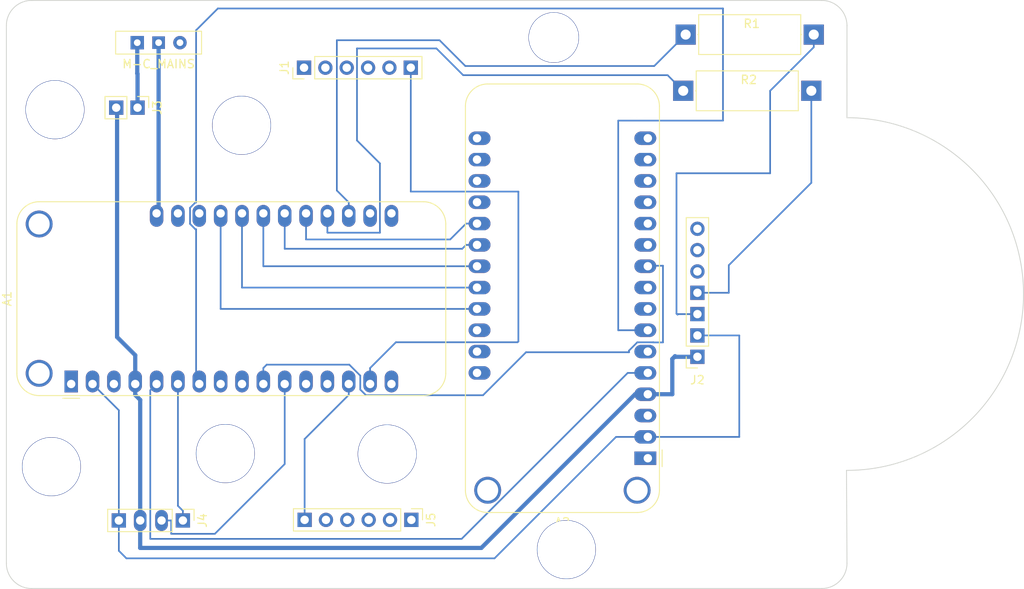
<source format=kicad_pcb>
(kicad_pcb (version 20241229) (generator "pcbnew") (generator_version "9.0")
  (layers (0 "F.Cu" signal) (2 "B.Cu" signal) (13 "F.Paste" user) (15 "B.Paste" user) (5 "F.SilkS" user "F.Silkscreen") (7 "B.SilkS" user "B.Silkscreen") (1 "F.Mask" user) (3 "B.Mask" user) (25 "Edge.Cuts" user))
  (net 0 "")
  (net 3 "/GND")
  (net 6 "/KILL")
  (net 7 "/IO10")
  (net 8 "/XSHUT_R")
  (net 9 "/IO11")
  (net 11 "/IO18")
  (net 12 "/IO8")
  (net 13 "/IO16")
  (net 15 "/VBAT")
  (net 17 "/3V")
  (net 18 "/SDA1")
  (net 19 "/SCL1")
  (net 20 "/IO13")
  (net 21 "/XSHUT_L")
  (net 22 "/1O14")
  (net 23 "/IO9")
  (net 25 "/IO12")
  (net 26 "/START")
  (net 28 "/IO14")
  (net 46 "Net-(J2-Pin_4)")
  (net 48 "unconnected-(J2-Pin_7-Pad7)")
  (net 49 "Net-(J2-Pin_3)")
  (net 51 "Net-(J3-Pin_1)")
  (footprint "Connector_PinHeader_2.54mm:PinHeader_1x06_P2.54mm_Vertical" (layer "F.Cu") (at 148.23 111.89 -90)
    (property "Reference" "J5" (at 0 -2.33 90) (layer "F.SilkS"))
    (property "Value" "VL53L4CD_RIGHT")
    (fp_line (start -1.33 14.03) (end 1.33 14.03) (stroke (width 0.12)) (layer "F.SilkS"))
    (fp_line (start -1.33 1.27) (end -1.33 14.03) (stroke (width 0.12)) (layer "F.SilkS"))
    (fp_line (start -1.33 1.27) (end 1.33 1.27) (stroke (width 0.12)) (layer "F.SilkS"))
    (fp_line (start 1.33 1.27) (end 1.33 14.03) (stroke (width 0.12)) (layer "F.SilkS"))
    (fp_line (start -1.33 0) (end -1.33 -1.33) (stroke (width 0.12)) (layer "F.SilkS"))
    (fp_line (start -1.33 -1.33) (end 0 -1.33) (stroke (width 0.12)) (layer "F.SilkS"))
    (pad "1" thru_hole rect (at 0 0 270) (size 1.7 1.7) (drill 1) (layers "*.Cu" "*.Mask"))
    (pad "2" thru_hole oval (at 0 2.54 270) (size 1.7 1.7) (drill 1) (layers "*.Cu" "*.Mask"))
    (pad "3" thru_hole oval (at 0 5.08 270) (size 1.7 1.7) (drill 1) (layers "*.Cu" "*.Mask"))
    (pad "4" thru_hole oval (at 0 7.62 270) (size 1.7 1.7) (drill 1) (layers "*.Cu" "*.Mask"))
    (pad "5" thru_hole oval (at 0 10.16 270) (size 1.7 1.7) (drill 1) (layers "*.Cu" "*.Mask"))
    (pad "6" thru_hole rect (at 0 12.7 270) (size 1.7 1.7) (drill 1) (layers "*.Cu" "*.Mask") (net 8 "/XSHUT_R"))
  )
  (footprint "Resistor_THT:R_Axial_DIN0414_L11.9mm_D4.5mm_P15.24mm_Horizontal" (layer "F.Cu") (at 180.57 60.8)
    (property "Reference" "R2" (at 7.8 -1.31 0) (layer "F.SilkS"))
    (property "Value" "4,7K")
    (fp_line (start 1.44 0) (end 1.55 0) (stroke (width 0.12)) (layer "F.SilkS"))
    (fp_line (start 1.55 -2.37) (end 1.55 2.37) (stroke (width 0.12)) (layer "F.SilkS"))
    (fp_line (start 1.55 2.37) (end 13.69 2.37) (stroke (width 0.12)) (layer "F.SilkS"))
    (fp_line (start 13.69 -2.37) (end 1.55 -2.37) (stroke (width 0.12)) (layer "F.SilkS"))
    (fp_line (start 13.69 2.37) (end 13.69 -2.37) (stroke (width 0.12)) (layer "F.SilkS"))
    (fp_line (start 13.8 0) (end 13.69 0) (stroke (width 0.12)) (layer "F.SilkS"))
    (pad "1" thru_hole rect (at 0 0) (size 2.4 2.4) (drill 1.2) (layers "*.Cu" "*.Mask") (net 19 "/SCL1"))
    (pad "2" thru_hole rect (at 15.24 0) (size 2.4 2.4) (drill 1.2) (layers "*.Cu" "*.Mask") (net 46 "Net-(J2-Pin_4)"))
  )
  (footprint "Connector_PinHeader_2.54mm:PinHeader_1x04_P2.54mm_Vertical" (layer "F.Cu") (at 121.05 111.96 -90)
    (property "Reference" "J4" (at 0 -2.33 90) (layer "F.SilkS"))
    (property "Value" "Kill_Switch")
    (fp_line (start -1.33 8.95) (end 1.33 8.95) (stroke (width 0.12)) (layer "F.SilkS"))
    (fp_line (start -1.33 1.27) (end -1.33 8.95) (stroke (width 0.12)) (layer "F.SilkS"))
    (fp_line (start -1.33 1.27) (end 1.33 1.27) (stroke (width 0.12)) (layer "F.SilkS"))
    (fp_line (start 1.33 1.27) (end 1.33 8.95) (stroke (width 0.12)) (layer "F.SilkS"))
    (fp_line (start -1.33 0) (end -1.33 -1.33) (stroke (width 0.12)) (layer "F.SilkS"))
    (fp_line (start -1.33 -1.33) (end 0 -1.33) (stroke (width 0.12)) (layer "F.SilkS"))
    (pad "1" thru_hole rect (at 0 0 270) (size 1.7 1.7) (drill 1) (layers "*.Cu" "*.Mask") (net 6 "/KILL"))
    (pad "2" thru_hole oval (at 0 2.54 270) (size 2.5 1.5) (drill 1) (layers "*.Cu" "*.Mask") (net 26 "/START"))
    (pad "3" thru_hole oval (at 0 5.08 270) (size 2.5 1.5) (drill 1) (layers "*.Cu" "*.Mask") (net 3 "/GND"))
    (pad "4" thru_hole rect (at 0 7.62 270) (size 1.7 1.7) (drill 1) (layers "*.Cu" "*.Mask") (net 17 "/3V"))
  )
  (footprint "Module:Adafruit_Feather_WithMountingHoles" (layer "F.Cu") (at 107.76 95.71 90)
    (property "Reference" "A1" (at 10.16 -7.62 90) (layer "F.SilkS"))
    (property "Value" "Adafruit-ESP32-S3-TFT-Feather")
    (fp_line (start 19.05 -6.46) (end 1.27 -6.46) (stroke (width 0.12)) (layer "F.SilkS"))
    (fp_line (start 21.7 -3.81) (end 21.7 41.91) (stroke (width 0.12)) (layer "F.SilkS"))
    (fp_line (start -1.38 -3.81) (end -1.38 41.91) (stroke (width 0.12)) (layer "F.SilkS"))
    (fp_line (start -1.7 1) (end -1.7 -1) (stroke (width 0.12)) (layer "F.SilkS"))
    (fp_line (start 19.05 44.56) (end 1.27 44.56) (stroke (width 0.12)) (layer "F.SilkS"))
    (fp_arc (start 19.05 -6.46) (mid 20.923833 -5.683833) (end 21.7 -3.81) (stroke (width 0.12)) (layer "F.SilkS"))
    (fp_arc (start -1.38 -3.81) (mid -0.603833 -5.683833) (end 1.27 -6.46) (stroke (width 0.12)) (layer "F.SilkS"))
    (fp_arc (start 21.7 41.91) (mid 20.923833 43.783833) (end 19.05 44.56) (stroke (width 0.12)) (layer "F.SilkS"))
    (fp_arc (start 1.27 44.56) (mid -0.603833 43.783833) (end -1.38 41.91) (stroke (width 0.12)) (layer "F.SilkS"))
    (pad "" np_thru_hole circle (at 1.27 -3.81) (size 3.2 3.2) (drill 2.5) (layers "*.Cu" "*.Mask"))
    (pad "" np_thru_hole circle (at 1.27 41.91) (size 2.54 2.54) (drill 2.54) (layers "*.Cu" "*.Mask"))
    (pad "" np_thru_hole circle (at 19.05 -3.81) (size 3.2 3.2) (drill 2.5) (layers "*.Cu" "*.Mask"))
    (pad "" np_thru_hole circle (at 19.05 41.91) (size 2.54 2.54) (drill 2.54) (layers "*.Cu" "*.Mask"))
    (pad "1" thru_hole rect (at 0 0 90) (size 2.6 1.6) (drill 1 (offset 0.3 0)) (layers "*.Cu" "*.Mask"))
    (pad "2" thru_hole oval (at 0 2.54 90) (size 2.6 1.6) (drill 1 (offset 0.3 0)) (layers "*.Cu" "*.Mask") (net 17 "/3V"))
    (pad "3" thru_hole oval (at 0 5.08 90) (size 2.6 1.6) (drill 1 (offset 0.3 0)) (layers "*.Cu" "*.Mask"))
    (pad "4" thru_hole oval (at 0 7.62 90) (size 2.6 1.6) (drill 1 (offset 0.3 0)) (layers "*.Cu" "*.Mask") (net 3 "/GND"))
    (pad "5" thru_hole oval (at 0 10.16 90) (size 2.6 1.6) (drill 1 (offset 0.3 0)) (layers "*.Cu" "*.Mask") (net 11 "/IO18"))
    (pad "6" thru_hole oval (at 0 12.7 90) (size 2.6 1.6) (drill 1 (offset 0.3 0)) (layers "*.Cu" "*.Mask") (net 6 "/KILL"))
    (pad "7" thru_hole oval (at 0 15.24 90) (size 2.6 1.6) (drill 1 (offset 0.3 0)) (layers "*.Cu" "*.Mask") (net 13 "/IO16"))
    (pad "8" thru_hole oval (at 0 17.78 90) (size 2.6 1.6) (drill 1 (offset 0.3 0)) (layers "*.Cu" "*.Mask"))
    (pad "9" thru_hole oval (at 0 20.32 90) (size 2.6 1.6) (drill 1 (offset 0.3 0)) (layers "*.Cu" "*.Mask") (net 22 "/1O14"))
    (pad "10" thru_hole oval (at 0 22.86 90) (size 2.6 1.6) (drill 1 (offset 0.3 0)) (layers "*.Cu" "*.Mask") (net 12 "/IO8"))
    (pad "11" thru_hole oval (at 0 25.4 90) (size 2.6 1.6) (drill 1 (offset 0.3 0)) (layers "*.Cu" "*.Mask") (net 26 "/START"))
    (pad "12" thru_hole oval (at 0 27.94 90) (size 2.6 1.6) (drill 1 (offset 0.3 0)) (layers "*.Cu" "*.Mask"))
    (pad "13" thru_hole oval (at 0 30.48 90) (size 2.6 1.6) (drill 1 (offset 0.3 0)) (layers "*.Cu" "*.Mask"))
    (pad "14" thru_hole oval (at 0 33.02 90) (size 2.6 1.6) (drill 1 (offset 0.3 0)) (layers "*.Cu" "*.Mask") (net 8 "/XSHUT_R"))
    (pad "15" thru_hole oval (at 0 35.56 90) (size 2.6 1.6) (drill 1 (offset 0.3 0)) (layers "*.Cu" "*.Mask") (net 21 "/XSHUT_L"))
    (pad "16" thru_hole oval (at 0 38.1 90) (size 2.6 1.6) (drill 1 (offset 0.3 0)) (layers "*.Cu" "*.Mask"))
    (pad "17" thru_hole oval (at 20.32 38.1 270) (size 2.6 1.6) (drill 1 (offset 0.3 0)) (layers "*.Cu" "*.Mask"))
    (pad "18" thru_hole oval (at 20.32 35.56 270) (size 2.6 1.6) (drill 1 (offset 0.3 0)) (layers "*.Cu" "*.Mask"))
    (pad "19" thru_hole oval (at 20.32 33.02 270) (size 2.6 1.6) (drill 1 (offset 0.3 0)) (layers "*.Cu" "*.Mask") (net 18 "/SDA1"))
    (pad "20" thru_hole oval (at 20.32 30.48 270) (size 2.6 1.6) (drill 1 (offset 0.3 0)) (layers "*.Cu" "*.Mask") (net 19 "/SCL1"))
    (pad "21" thru_hole oval (at 20.32 27.94 270) (size 2.6 1.6) (drill 1 (offset 0.3 0)) (layers "*.Cu" "*.Mask") (net 23 "/IO9"))
    (pad "22" thru_hole oval (at 20.32 25.4 270) (size 2.6 1.6) (drill 1 (offset 0.3 0)) (layers "*.Cu" "*.Mask") (net 7 "/IO10"))
    (pad "23" thru_hole oval (at 20.32 22.86 270) (size 2.6 1.6) (drill 1 (offset 0.3 0)) (layers "*.Cu" "*.Mask") (net 9 "/IO11"))
    (pad "24" thru_hole oval (at 20.32 20.32 270) (size 2.6 1.6) (drill 1 (offset 0.3 0)) (layers "*.Cu" "*.Mask") (net 25 "/IO12"))
    (pad "25" thru_hole oval (at 20.32 17.78 270) (size 2.6 1.6) (drill 1 (offset 0.3 0)) (layers "*.Cu" "*.Mask") (net 20 "/IO13"))
    (pad "26" thru_hole oval (at 20.32 15.24 270) (size 2.6 1.6) (drill 1 (offset 0.3 0)) (layers "*.Cu" "*.Mask"))
    (pad "27" thru_hole oval (at 20.32 12.7 270) (size 2.6 1.6) (drill 1 (offset 0.3 0)) (layers "*.Cu" "*.Mask"))
    (pad "28" thru_hole oval (at 20.32 10.16 270) (size 2.6 1.6) (drill 1 (offset 0.3 0)) (layers "*.Cu" "*.Mask") (net 15 "/VBAT"))
  )
  (footprint "" (layer "F.Cu") (at 103.62 116.43)
    (property "Reference" "" (at 0 0 0) (layer "F.SilkS") (effects (font (size 1.27 1.27))))
    (property "Value" "")
    (pad "" np_thru_hole circle (at 0 0 90) (size 2.54 2.54) (drill 2.54) (layers "*.Cu" "*.Mask"))
  )
  (footprint "Connector_PinHeader_2.54mm:PinHeader_1x02_P2.54mm_Vertical" (layer "F.Cu") (at 115.655 62.81 -90)
    (property "Reference" "J3" (at 0 -2.33 90) (layer "F.SilkS"))
    (property "Value" "Li-Po Connect")
    (fp_line (start -1.33 3.87) (end 1.33 3.87) (stroke (width 0.12)) (layer "F.SilkS"))
    (fp_line (start -1.33 1.27) (end -1.33 3.87) (stroke (width 0.12)) (layer "F.SilkS"))
    (fp_line (start -1.33 1.27) (end 1.33 1.27) (stroke (width 0.12)) (layer "F.SilkS"))
    (fp_line (start 1.33 1.27) (end 1.33 3.87) (stroke (width 0.12)) (layer "F.SilkS"))
    (fp_line (start -1.33 0) (end -1.33 -1.33) (stroke (width 0.12)) (layer "F.SilkS"))
    (fp_line (start -1.33 -1.33) (end 0 -1.33) (stroke (width 0.12)) (layer "F.SilkS"))
    (pad "1" thru_hole rect (at 0 0 270) (size 1.7 1.7) (drill 1) (layers "*.Cu" "*.Mask") (net 51 "Net-(J3-Pin_1)"))
    (pad "2" thru_hole rect (at 0 2.54 270) (size 1.7 1.7) (drill 1) (layers "*.Cu" "*.Mask") (net 3 "/GND"))
  )
  (footprint "Module:Adafruit_Feather_WithMountingHoles" (layer "F.Cu") (at 176.36 104.55 180)
    (property "Reference" "A2" (at 10.16 -7.62 0) (layer "F.SilkS"))
    (property "Value" "Adafruit-MOTORSHIELD")
    (fp_line (start 21.7 -3.81) (end 21.7 41.91) (stroke (width 0.12)) (layer "F.SilkS"))
    (fp_line (start 19.05 44.56) (end 1.27 44.56) (stroke (width 0.12)) (layer "F.SilkS"))
    (fp_line (start 19.05 -6.46) (end 1.27 -6.46) (stroke (width 0.12)) (layer "F.SilkS"))
    (fp_line (start -1.38 -3.81) (end -1.38 41.91) (stroke (width 0.12)) (layer "F.SilkS"))
    (fp_line (start -1.7 1) (end -1.7 -1) (stroke (width 0.12)) (layer "F.SilkS"))
    (fp_arc (start 21.7 41.91) (mid 20.923833 43.783833) (end 19.05 44.56) (stroke (width 0.12)) (layer "F.SilkS"))
    (fp_arc (start 19.05 -6.46) (mid 20.923833 -5.683833) (end 21.7 -3.81) (stroke (width 0.12)) (layer "F.SilkS"))
    (fp_arc (start 1.27 44.56) (mid -0.603833 43.783833) (end -1.38 41.91) (stroke (width 0.12)) (layer "F.SilkS"))
    (fp_arc (start -1.38 -3.81) (mid -0.603833 -5.683833) (end 1.27 -6.46) (stroke (width 0.12)) (layer "F.SilkS"))
    (pad "" np_thru_hole circle (at 1.27 -3.81 90) (size 3.2 3.2) (drill 2.5) (layers "*.Cu" "*.Mask"))
    (pad "" np_thru_hole circle (at 1.27 41.91 90) (size 2.54 2.54) (drill 2.54) (layers "*.Cu" "*.Mask"))
    (pad "" np_thru_hole circle (at 19.05 -3.81 90) (size 3.2 3.2) (drill 2.5) (layers "*.Cu" "*.Mask"))
    (pad "" np_thru_hole circle (at 19.05 41.91 90) (size 2.54 2.54) (drill 2.54) (layers "*.Cu" "*.Mask"))
    (pad "1" thru_hole rect (at 0 0 180) (size 2.6 1.6) (drill 1 (offset 0.3 0)) (layers "*.Cu" "*.Mask"))
    (pad "2" thru_hole oval (at 0 2.54 180) (size 2.6 1.6) (drill 1 (offset 0.3 0)) (layers "*.Cu" "*.Mask") (net 17 "/3V"))
    (pad "3" thru_hole oval (at 0 5.08 180) (size 2.6 1.6) (drill 1 (offset 0.3 0)) (layers "*.Cu" "*.Mask"))
    (pad "4" thru_hole oval (at 0 7.62 180) (size 2.6 1.6) (drill 1 (offset 0.3 0)) (layers "*.Cu" "*.Mask") (net 3 "/GND"))
    (pad "5" thru_hole oval (at 0 10.16 180) (size 2.6 1.6) (drill 1 (offset 0.3 0)) (layers "*.Cu" "*.Mask") (net 11 "/IO18"))
    (pad "6" thru_hole oval (at 0 12.7 180) (size 2.6 1.6) (drill 1 (offset 0.3 0)) (layers "*.Cu" "*.Mask"))
    (pad "7" thru_hole oval (at 0 15.24 180) (size 2.6 1.6) (drill 1 (offset 0.3 0)) (layers "*.Cu" "*.Mask") (net 13 "/IO16"))
    (pad "8" thru_hole oval (at 0 17.78 180) (size 2.6 1.6) (drill 1 (offset 0.3 0)) (layers "*.Cu" "*.Mask"))
    (pad "9" thru_hole oval (at 0 20.32 180) (size 2.6 1.6) (drill 1 (offset 0.3 0)) (layers "*.Cu" "*.Mask") (net 28 "/IO14"))
    (pad "10" thru_hole oval (at 0 22.86 180) (size 2.6 1.6) (drill 1 (offset 0.3 0)) (layers "*.Cu" "*.Mask") (net 12 "/IO8"))
    (pad "11" thru_hole oval (at 0 25.4 180) (size 2.6 1.6) (drill 1 (offset 0.3 0)) (layers "*.Cu" "*.Mask"))
    (pad "12" thru_hole oval (at 0 27.94 180) (size 2.6 1.6) (drill 1 (offset 0.3 0)) (layers "*.Cu" "*.Mask"))
    (pad "13" thru_hole oval (at 0 30.48 180) (size 2.6 1.6) (drill 1 (offset 0.3 0)) (layers "*.Cu" "*.Mask"))
    (pad "14" thru_hole oval (at 0 33.02 180) (size 2.6 1.6) (drill 1 (offset 0.3 0)) (layers "*.Cu" "*.Mask"))
    (pad "15" thru_hole oval (at 0 35.56 180) (size 2.6 1.6) (drill 1 (offset 0.3 0)) (layers "*.Cu" "*.Mask"))
    (pad "16" thru_hole oval (at 0 38.1 180) (size 2.6 1.6) (drill 1 (offset 0.3 0)) (layers "*.Cu" "*.Mask"))
    (pad "17" thru_hole oval (at 20.32 38.1) (size 2.6 1.6) (drill 1 (offset 0.3 0)) (layers "*.Cu" "*.Mask"))
    (pad "18" thru_hole oval (at 20.32 35.56) (size 2.6 1.6) (drill 1 (offset 0.3 0)) (layers "*.Cu" "*.Mask"))
    (pad "19" thru_hole oval (at 20.32 33.02) (size 2.6 1.6) (drill 1 (offset 0.3 0)) (layers "*.Cu" "*.Mask"))
    (pad "20" thru_hole oval (at 20.32 30.48) (size 2.6 1.6) (drill 1 (offset 0.3 0)) (layers "*.Cu" "*.Mask"))
    (pad "21" thru_hole oval (at 20.32 27.94) (size 2.6 1.6) (drill 1 (offset 0.3 0)) (layers "*.Cu" "*.Mask") (net 23 "/IO9"))
    (pad "22" thru_hole oval (at 20.32 25.4) (size 2.6 1.6) (drill 1 (offset 0.3 0)) (layers "*.Cu" "*.Mask") (net 7 "/IO10"))
    (pad "23" thru_hole oval (at 20.32 22.86) (size 2.6 1.6) (drill 1 (offset 0.3 0)) (layers "*.Cu" "*.Mask") (net 9 "/IO11"))
    (pad "24" thru_hole oval (at 20.32 20.32) (size 2.6 1.6) (drill 1 (offset 0.3 0)) (layers "*.Cu" "*.Mask") (net 25 "/IO12"))
    (pad "25" thru_hole oval (at 20.32 17.78) (size 2.6 1.6) (drill 1 (offset 0.3 0)) (layers "*.Cu" "*.Mask") (net 20 "/IO13"))
    (pad "26" thru_hole oval (at 20.32 15.24) (size 2.6 1.6) (drill 1 (offset 0.3 0)) (layers "*.Cu" "*.Mask"))
    (pad "27" thru_hole oval (at 20.32 12.7) (size 2.6 1.6) (drill 1 (offset 0.3 0)) (layers "*.Cu" "*.Mask"))
    (pad "28" thru_hole oval (at 20.32 10.16) (size 2.6 1.6) (drill 1 (offset 0.3 0)) (layers "*.Cu" "*.Mask"))
  )
  (footprint "" (layer "F.Cu") (at 182.3 73.14)
    (property "Reference" "" (at 0 0 0) (layer "F.SilkS") (effects (font (size 1.27 1.27))))
    (property "Value" "")
    (pad "" np_thru_hole circle (at 0 0 90) (size 2.54 2.54) (drill 2.54) (layers "*.Cu" "*.Mask"))
  )
  (footprint "Resistor_THT:R_Axial_DIN0414_L11.9mm_D4.5mm_P15.24mm_Horizontal" (layer "F.Cu") (at 180.86 54.11)
    (property "Reference" "R1" (at 7.86 -1.3 0) (layer "F.SilkS"))
    (property "Value" "4,7K")
    (fp_line (start 1.44 0) (end 1.55 0) (stroke (width 0.12)) (layer "F.SilkS"))
    (fp_line (start 1.55 -2.37) (end 1.55 2.37) (stroke (width 0.12)) (layer "F.SilkS"))
    (fp_line (start 1.55 2.37) (end 13.69 2.37) (stroke (width 0.12)) (layer "F.SilkS"))
    (fp_line (start 13.69 -2.37) (end 1.55 -2.37) (stroke (width 0.12)) (layer "F.SilkS"))
    (fp_line (start 13.69 2.37) (end 13.69 -2.37) (stroke (width 0.12)) (layer "F.SilkS"))
    (fp_line (start 13.8 0) (end 13.69 0) (stroke (width 0.12)) (layer "F.SilkS"))
    (pad "1" thru_hole rect (at 0 0) (size 2.4 2.4) (drill 1.2) (layers "*.Cu" "*.Mask") (net 18 "/SDA1"))
    (pad "2" thru_hole rect (at 15.24 0) (size 2.4 2.4) (drill 1.2) (layers "*.Cu" "*.Mask") (net 49 "Net-(J2-Pin_3)"))
  )
  (footprint "Connector_PinHeader_2.54mm:PinHeader_1x06_P2.54mm_Vertical" (layer "F.Cu") (at 135.46 58.05 90)
    (property "Reference" "J1" (at 0 -2.33 90) (layer "F.SilkS"))
    (property "Value" "VL53L4CD_LEFT")
    (fp_line (start -1.33 -1.33) (end 0 -1.33) (stroke (width 0.12)) (layer "F.SilkS"))
    (fp_line (start -1.33 0) (end -1.33 -1.33) (stroke (width 0.12)) (layer "F.SilkS"))
    (fp_line (start 1.33 1.27) (end 1.33 14.03) (stroke (width 0.12)) (layer "F.SilkS"))
    (fp_line (start -1.33 1.27) (end 1.33 1.27) (stroke (width 0.12)) (layer "F.SilkS"))
    (fp_line (start -1.33 1.27) (end -1.33 14.03) (stroke (width 0.12)) (layer "F.SilkS"))
    (fp_line (start -1.33 14.03) (end 1.33 14.03) (stroke (width 0.12)) (layer "F.SilkS"))
    (pad "1" thru_hole rect (at 0 0 90) (size 1.7 1.7) (drill 1) (layers "*.Cu" "*.Mask"))
    (pad "2" thru_hole oval (at 0 2.54 90) (size 1.7 1.7) (drill 1) (layers "*.Cu" "*.Mask"))
    (pad "3" thru_hole oval (at 0 5.08 90) (size 1.7 1.7) (drill 1) (layers "*.Cu" "*.Mask"))
    (pad "4" thru_hole oval (at 0 7.62 90) (size 1.7 1.7) (drill 1) (layers "*.Cu" "*.Mask"))
    (pad "5" thru_hole oval (at 0 10.16 90) (size 1.7 1.7) (drill 1) (layers "*.Cu" "*.Mask"))
    (pad "6" thru_hole rect (at 0 12.7 90) (size 1.7 1.7) (drill 1) (layers "*.Cu" "*.Mask") (net 21 "/XSHUT_L"))
  )
  (footprint "Button_Switch_THT:SW_Slide-03_Wuerth-WS-SLTV_10x2.5x6.4_P2.54mm" (layer "F.Cu") (at 118.16 55.07 180)
    (property "Reference" "M-C_MAINS" (at 0 -2.54 0) (layer "F.SilkS"))
    (property "Value" "SW_Wuerth_450301014042")
    (fp_rect (start -5.11 -1.36) (end 5.11 1.36) (stroke (width 0.12)) (fill no) (layer "F.SilkS"))
    (pad "1" thru_hole rect (at 0 0 180) (size 1.5 1.5) (drill 0.8) (layers "*.Cu" "*.Mask") (net 15 "/VBAT"))
    (pad "2" thru_hole circle (at -2.54 0 180) (size 1.6 1.6) (drill 0.8) (layers "*.Cu" "*.Mask"))
    (pad "3" thru_hole rect (at 2.54 0 180) (size 1.6 1.6) (drill 0.8) (layers "*.Cu" "*.Mask") (net 51 "Net-(J3-Pin_1)"))
  )
  (footprint "" (layer "F.Cu") (at 182.22 96.94)
    (property "Reference" "" (at 0 0 0) (layer "F.SilkS") (effects (font (size 1.27 1.27))))
    (property "Value" "")
    (pad "" np_thru_hole circle (at 0 0 90) (size 2.54 2.54) (drill 2.54) (layers "*.Cu" "*.Mask"))
  )
  (footprint "" (layer "F.Cu") (at 196.42 116.61)
    (property "Reference" "" (at 0 0 0) (layer "F.SilkS") (effects (font (size 1.27 1.27))))
    (property "Value" "")
    (pad "" np_thru_hole circle (at 0 0 90) (size 2.54 2.54) (drill 2.54) (layers "*.Cu" "*.Mask"))
  )
  (footprint "" (layer "F.Cu") (at 175.95 54.34)
    (property "Reference" "" (at 0 0 0) (layer "F.SilkS") (effects (font (size 1.27 1.27))))
    (property "Value" "")
    (pad "" np_thru_hole circle (at 0 0 90) (size 2.54 2.54) (drill 2.54) (layers "*.Cu" "*.Mask"))
  )
  (footprint "Connector_PinSocket_2.54mm:PinSocket_1x07_P2.54mm_Vertical" (layer "F.Cu") (at 182.26 92.47 180)
    (property "Reference" "J2" (at 0 -2.77 0) (layer "F.SilkS"))
    (property "Value" "Conn_01x07_Socket")
    (fp_line (start 1.33 1.27) (end 1.33 16.57) (stroke (width 0.12)) (layer "F.SilkS"))
    (fp_line (start 1.33 -1.33) (end 1.33 0) (stroke (width 0.12)) (layer "F.SilkS"))
    (fp_line (start 0 -1.33) (end 1.33 -1.33) (stroke (width 0.12)) (layer "F.SilkS"))
    (fp_line (start -1.33 16.57) (end 1.33 16.57) (stroke (width 0.12)) (layer "F.SilkS"))
    (fp_line (start -1.33 1.27) (end 1.33 1.27) (stroke (width 0.12)) (layer "F.SilkS"))
    (fp_line (start -1.33 1.27) (end -1.33 16.57) (stroke (width 0.12)) (layer "F.SilkS"))
    (pad "1" thru_hole rect (at 0 0 180) (size 1.7 1.7) (drill 1) (layers "*.Cu" "*.Mask") (net 3 "/GND"))
    (pad "2" thru_hole rect (at 0 2.54 180) (size 1.7 1.7) (drill 1) (layers "*.Cu" "*.Mask") (net 17 "/3V"))
    (pad "3" thru_hole rect (at 0 5.08 180) (size 1.7 1.7) (drill 1) (layers "*.Cu" "*.Mask") (net 49 "Net-(J2-Pin_3)"))
    (pad "4" thru_hole rect (at 0 7.62 180) (size 1.7 1.7) (drill 1) (layers "*.Cu" "*.Mask") (net 46 "Net-(J2-Pin_4)"))
    (pad "5" thru_hole oval (at 0 10.16 180) (size 1.7 1.7) (drill 1) (layers "*.Cu" "*.Mask"))
    (pad "6" thru_hole oval (at 0 12.7 180) (size 1.7 1.7) (drill 1) (layers "*.Cu" "*.Mask"))
    (pad "7" thru_hole oval (at 0 15.24 180) (size 1.7 1.7) (drill 1) (layers "*.Cu" "*.Mask") (net 48 "unconnected-(J2-Pin_7-Pad7)"))
  )
  (footprint "" (layer "F.Cu") (at 103.46 53.43)
    (property "Reference" "" (at 0 0 0) (layer "F.SilkS") (effects (font (size 1.27 1.27))))
    (property "Value" "")
    (pad "" np_thru_hole circle (at 0 0 90) (size 2.54 2.54) (drill 2.54) (layers "*.Cu" "*.Mask"))
  )
  (gr_arc (start 200.05 117.06) (mid 199.17132 119.18132) (end 197.05 120.06) (stroke (width 0.1)) (layer "Edge.Cuts"))
  (gr_arc (start 200.045 64.005) (mid 221.075015 85.02449) (end 199.99602 105.994861) (stroke (width 0.1)) (layer "Edge.Cuts"))
  (gr_line (start 100.05 117.06) (end 100.05 53.04) (stroke (width 0.1)) (layer "Edge.Cuts"))
  (gr_line (start 200.045 64.005001) (end 200.05 53.01) (stroke (width 0.1)) (layer "Edge.Cuts"))
  (gr_arc (start 100.05 53.04) (mid 100.92868 50.91868) (end 103.05 50.04) (stroke (width 0.1)) (layer "Edge.Cuts"))
  (gr_line (start 197.05 120.06) (end 103.05 120.06) (stroke (width 0.1)) (layer "Edge.Cuts"))
  (gr_arc (start 197.05 50.04) (mid 199.17132 50.91868) (end 200.05 53.04) (stroke (width 0.1)) (layer "Edge.Cuts"))
  (gr_line (start 199.996011 105.994861) (end 200.05 117.07) (stroke (width 0.1)) (layer "Edge.Cuts"))
  (gr_line (start 103.05 50.04) (end 197.05 50.04) (stroke (width 0.1)) (layer "Edge.Cuts"))
  (gr_arc (start 103.05 120.06) (mid 100.92868 119.18132) (end 100.05 117.06) (stroke (width 0.1)) (layer "Edge.Cuts"))
  (via (at 166.67 115.43) (size 7) (drill 6.9) (layers "F.Cu" "B.Cu") (net 0))
  (via (at 128.03 64.91) (size 7) (drill 6.9) (layers "F.Cu" "B.Cu") (net 0))
  (via (at 105.41 105.55) (size 7) (drill 6.9) (layers "F.Cu" "B.Cu") (net 0))
  (via (at 105.83 63.05) (size 7) (drill 6.9) (layers "F.Cu" "B.Cu") (net 0))
  (via (at 126.1 103.99) (size 7) (drill 6.9) (layers "F.Cu" "B.Cu") (net 0))
  (via (at 145.35 104.05) (size 7) (drill 6.9) (layers "F.Cu" "B.Cu") (net 0))
  (via (at 165.17 54.46) (size 6) (drill 5.9) (layers "F.Cu" "B.Cu") (net 0))
  (segment (start 115.38 95.71) (end 115.38 92.28) (width 0.5) (layer "B.Cu") (net 3))
  (segment (start 179.27 96.93) (end 179.27 92.73) (width 0.5) (layer "B.Cu") (net 3))
  (segment (start 113.22 62.915) (end 113.115 62.81) (width 0.5) (layer "B.Cu") (net 3))
  (segment (start 179.6 92.4) (end 179.67 92.47) (width 0.5) (layer "B.Cu") (net 3))
  (segment (start 179.67 92.47) (end 182.26 92.47) (width 0.5) (layer "B.Cu") (net 3))
  (segment (start 174.85 96.93) (end 176.36 96.93) (width 0.5) (layer "B.Cu") (net 3))
  (segment (start 115.97 97.6017) (end 115.38 97.0117) (width 0.5) (layer "B.Cu") (net 3))
  (segment (start 113.22 90.12) (end 113.22 62.915) (width 0.5) (layer "B.Cu") (net 3))
  (segment (start 156.55 115.23) (end 174.85 96.93) (width 0.5) (layer "B.Cu") (net 3))
  (segment (start 115.38 95.71) (end 115.38 97.0117) (width 0.5) (layer "B.Cu") (net 3))
  (segment (start 179.27 92.73) (end 179.6 92.4) (width 0.5) (layer "B.Cu") (net 3))
  (segment (start 115.97 111.96) (end 115.97 115.23) (width 0.5) (layer "B.Cu") (net 3))
  (segment (start 115.97 111.96) (end 115.97 97.6017) (width 0.5) (layer "B.Cu") (net 3))
  (segment (start 115.97 115.23) (end 156.55 115.23) (width 0.5) (layer "B.Cu") (net 3))
  (segment (start 115.38 92.28) (end 113.22 90.12) (width 0.5) (layer "B.Cu") (net 3))
  (segment (start 176.36 96.93) (end 179.27 96.93) (width 0.5) (layer "B.Cu") (net 3))
  (segment (start 120.46 110.2183) (end 121.05 110.8083) (width 0.2) (layer "B.Cu") (net 6))
  (segment (start 120.46 95.71) (end 120.46 110.2183) (width 0.2) (layer "B.Cu") (net 6))
  (segment (start 121.05 111.96) (end 121.05 110.8083) (width 0.2) (layer "B.Cu") (net 6))
  (segment (start 133.16 75.39) (end 133.16 79.61) (width 0.2) (layer "B.Cu") (net 7))
  (segment (start 154.2783 79.61) (end 154.7383 79.15) (width 0.2) (layer "B.Cu") (net 7))
  (segment (start 133.16 79.61) (end 154.2783 79.61) (width 0.2) (layer "B.Cu") (net 7))
  (segment (start 154.7383 79.15) (end 156.04 79.15) (width 0.2) (layer "B.Cu") (net 7))
  (segment (start 140.78 97.0117) (end 135.53 102.2617) (width 0.2) (layer "B.Cu") (net 8))
  (segment (start 140.78 95.71) (end 140.78 97.0117) (width 0.2) (layer "B.Cu") (net 8))
  (segment (start 135.53 102.2617) (end 135.53 111.89) (width 0.2) (layer "B.Cu") (net 8))
  (segment (start 130.62 75.39) (end 130.62 81.69) (width 0.2) (layer "B.Cu") (net 9))
  (segment (start 130.62 81.69) (end 156.04 81.69) (width 0.2) (layer "B.Cu") (net 9))
  (segment (start 117.17 96.46) (end 117.17 114.15) (width 0.2) (layer "B.Cu") (net 11))
  (segment (start 173.96842 94.39) (end 176.36 94.39) (width 0.2) (layer "B.Cu") (net 11))
  (segment (start 117.92 95.71) (end 117.17 96.46) (width 0.2) (layer "B.Cu") (net 11))
  (segment (start 154.20842 114.15) (end 173.96842 94.39) (width 0.2) (layer "B.Cu") (net 11))
  (segment (start 117.17 114.15) (end 154.20842 114.15) (width 0.2) (layer "B.Cu") (net 11))
  (segment (start 142.1519 96.3731) (end 142.1519 94.715) (width 0.2) (layer "B.Cu") (net 12))
  (segment (start 178.16 81.63) (end 178.16 90.76) (width 0.2) (layer "B.Cu") (net 12))
  (segment (start 177.016049 90.749) (end 175.103951 90.749) (width 0.2) (layer "B.Cu") (net 12))
  (segment (start 174.12 91.732951) (end 174.12 91.93) (width 0.2) (layer "B.Cu") (net 12))
  (segment (start 177.027049 90.76) (end 177.016049 90.749) (width 0.2) (layer "B.Cu") (net 12))
  (segment (start 176.42 81.63) (end 178.16 81.63) (width 0.2) (layer "B.Cu") (net 12))
  (segment (start 131.0217 93.4066) (end 130.62 93.8083) (width 0.2) (layer "B.Cu") (net 12))
  (segment (start 178.16 90.76) (end 177.027049 90.76) (width 0.2) (layer "B.Cu") (net 12))
  (segment (start 130.62 93.8083) (end 130.62 95.71) (width 0.2) (layer "B.Cu") (net 12))
  (segment (start 174.12 91.93) (end 161.87 91.93) (width 0.2) (layer "B.Cu") (net 12))
  (segment (start 175.103951 90.749) (end 174.12 91.732951) (width 0.2) (layer "B.Cu") (net 12))
  (segment (start 142.8288 97.05) (end 142.1519 96.3731) (width 0.2) (layer "B.Cu") (net 12))
  (segment (start 176.36 81.69) (end 176.42 81.63) (width 0.2) (layer "B.Cu") (net 12))
  (segment (start 156.75 97.05) (end 142.8288 97.05) (width 0.2) (layer "B.Cu") (net 12))
  (segment (start 140.8435 93.4066) (end 131.0217 93.4066) (width 0.2) (layer "B.Cu") (net 12))
  (segment (start 142.1519 94.715) (end 140.8435 93.4066) (width 0.2) (layer "B.Cu") (net 12))
  (segment (start 161.87 91.93) (end 156.75 97.05) (width 0.2) (layer "B.Cu") (net 12))
  (segment (start 172.84 64.35) (end 185.3 64.35) (width 0.2) (layer "B.Cu") (net 13))
  (segment (start 122.62 77.291) (end 122.62 95.33) (width 0.2) (layer "B.Cu") (net 13))
  (segment (start 122.543951 74.089) (end 121.899 74.733951) (width 0.2) (layer "B.Cu") (net 13))
  (segment (start 185.3 64.35) (end 185.3 51) (width 0.2) (layer "B.Cu") (net 13))
  (segment (start 121.899 76.646049) (end 122.543951 77.291) (width 0.2) (layer "B.Cu") (net 13))
  (segment (start 122.62 53.59) (end 122.62 74.089) (width 0.2) (layer "B.Cu") (net 13))
  (segment (start 125.21 51) (end 122.62 53.59) (width 0.2) (layer "B.Cu") (net 13))
  (segment (start 122.543951 77.291) (end 122.62 77.291) (width 0.2) (layer "B.Cu") (net 13))
  (segment (start 172.84 89.31) (end 172.84 64.35) (width 0.2) (layer "B.Cu") (net 13))
  (segment (start 122.62 95.33) (end 123 95.71) (width 0.2) (layer "B.Cu") (net 13))
  (segment (start 122.62 74.089) (end 122.543951 74.089) (width 0.2) (layer "B.Cu") (net 13))
  (segment (start 121.899 74.733951) (end 121.899 76.646049) (width 0.2) (layer "B.Cu") (net 13))
  (segment (start 185.3 51) (end 125.21 51) (width 0.2) (layer "B.Cu") (net 13))
  (segment (start 176.36 89.31) (end 172.84 89.31) (width 0.2) (layer "B.Cu") (net 13))
  (segment (start 118.16 75.15) (end 117.92 75.39) (width 0.5) (layer "B.Cu") (net 15))
  (segment (start 118.16 55.07) (end 118.16 75.15) (width 0.5) (layer "B.Cu") (net 15))
  (segment (start 113.43 98.84) (end 110.3 95.71) (width 0.2) (layer "B.Cu") (net 17))
  (segment (start 187.24 102.01) (end 187.24 89.93) (width 0.2) (layer "B.Cu") (net 17))
  (segment (start 158.12 116.47) (end 114.33 116.47) (width 0.2) (layer "B.Cu") (net 17))
  (segment (start 114.33 116.47) (end 113.43 115.57) (width 0.2) (layer "B.Cu") (net 17))
  (segment (start 176.36 102.01) (end 187.24 102.01) (width 0.2) (layer "B.Cu") (net 17))
  (segment (start 113.43 111.96) (end 113.43 98.84) (width 0.2) (layer "B.Cu") (net 17))
  (segment (start 113.43 115.57) (end 113.43 111.96) (width 0.2) (layer "B.Cu") (net 17))
  (segment (start 172.58 102.01) (end 158.12 116.47) (width 0.2) (layer "B.Cu") (net 17))
  (segment (start 187.24 89.93) (end 182.26 89.93) (width 0.2) (layer "B.Cu") (net 17))
  (segment (start 176.36 102.01) (end 172.58 102.01) (width 0.2) (layer "B.Cu") (net 17))
  (segment (start 177.12 57.85) (end 180.86 54.11) (width 0.2) (layer "B.Cu") (net 18))
  (segment (start 139.3643 54.78) (end 151.58 54.78) (width 0.2) (layer "B.Cu") (net 18))
  (segment (start 151.58 54.78) (end 154.65 57.85) (width 0.2) (layer "B.Cu") (net 18))
  (segment (start 139.3643 72.6726) (end 139.3643 54.78) (width 0.2) (layer "B.Cu") (net 18))
  (segment (start 154.65 57.85) (end 177.12 57.85) (width 0.2) (layer "B.Cu") (net 18))
  (segment (start 140.78 74.0883) (end 139.3643 72.6726) (width 0.2) (layer "B.Cu") (net 18))
  (segment (start 140.78 75.39) (end 140.78 74.0883) (width 0.2) (layer "B.Cu") (net 18))
  (segment (start 178.71 58.94) (end 180.57 60.8) (width 0.2) (layer "B.Cu") (net 19))
  (segment (start 141.76 55.76) (end 151.21 55.76) (width 0.2) (layer "B.Cu") (net 19))
  (segment (start 141.76 66.7149) (end 141.76 55.76) (width 0.2) (layer "B.Cu") (net 19))
  (segment (start 154.39 58.94) (end 178.71 58.94) (width 0.2) (layer "B.Cu") (net 19))
  (segment (start 138.2649 77.6949) (end 144.4888 77.6949) (width 0.2) (layer "B.Cu") (net 19))
  (segment (start 151.21 55.76) (end 154.39 58.94) (width 0.2) (layer "B.Cu") (net 19))
  (segment (start 138.24 75.39) (end 138.24 77.67) (width 0.2) (layer "B.Cu") (net 19))
  (segment (start 138.24 77.67) (end 138.2649 77.6949) (width 0.2) (layer "B.Cu") (net 19))
  (segment (start 144.4888 77.6949) (end 144.4888 69.4437) (width 0.2) (layer "B.Cu") (net 19))
  (segment (start 144.4888 69.4437) (end 141.76 66.7149) (width 0.2) (layer "B.Cu") (net 19))
  (segment (start 156.04 86.77) (end 125.54 86.77) (width 0.2) (layer "B.Cu") (net 20))
  (segment (start 125.54 86.77) (end 125.54 75.39) (width 0.2) (layer "B.Cu") (net 20))
  (segment (start 148.16 72.8) (end 148.16 58.05) (width 0.2) (layer "B.Cu") (net 21))
  (segment (start 160.8594 90.7406) (end 160.96 90.64) (width 0.2) (layer "B.Cu") (net 21))
  (segment (start 160.96 90.64) (end 160.96 72.8) (width 0.2) (layer "B.Cu") (net 21))
  (segment (start 143.32 93.8083) (end 146.3877 90.7406) (width 0.2) (layer "B.Cu") (net 21))
  (segment (start 160.96 72.8) (end 148.16 72.8) (width 0.2) (layer "B.Cu") (net 21))
  (segment (start 143.32 95.71) (end 143.32 93.8083) (width 0.2) (layer "B.Cu") (net 21))
  (segment (start 146.3877 90.7406) (end 160.8594 90.7406) (width 0.2) (layer "B.Cu") (net 21))
  (segment (start 154.7383 76.61) (end 156.04 76.61) (width 0.2) (layer "B.Cu") (net 23))
  (segment (start 135.7 78.5022) (end 152.8461 78.5022) (width 0.2) (layer "B.Cu") (net 23))
  (segment (start 152.8461 78.5022) (end 154.7383 76.61) (width 0.2) (layer "B.Cu") (net 23))
  (segment (start 135.7 75.39) (end 135.7 78.5022) (width 0.2) (layer "B.Cu") (net 23))
  (segment (start 128.08 75.39) (end 128.08 84.23) (width 0.2) (layer "B.Cu") (net 25))
  (segment (start 128.08 84.23) (end 156.04 84.23) (width 0.2) (layer "B.Cu") (net 25))
  (segment (start 119.6617 113.55) (end 119.6617 111.96) (width 0.2) (layer "B.Cu") (net 26))
  (segment (start 133.16 105.24) (end 124.85 113.55) (width 0.2) (layer "B.Cu") (net 26))
  (segment (start 119.6617 111.96) (end 118.51 111.96) (width 0.2) (layer "B.Cu") (net 26))
  (segment (start 133.16 95.71) (end 133.16 105.24) (width 0.2) (layer "B.Cu") (net 26))
  (segment (start 124.85 113.55) (end 119.6617 113.55) (width 0.2) (layer "B.Cu") (net 26))
  (segment (start 195.81 71.75) (end 185.99 81.57) (width 0.2) (layer "B.Cu") (net 46))
  (segment (start 185.99 81.57) (end 185.99 84.85) (width 0.2) (layer "B.Cu") (net 46))
  (segment (start 185.99 84.85) (end 182.26 84.85) (width 0.2) (layer "B.Cu") (net 46))
  (segment (start 195.81 60.8) (end 195.81 71.75) (width 0.2) (layer "B.Cu") (net 46))
  (segment (start 182.37 77.38) (end 182.38 77.39) (width 0.5) (layer "B.Cu") (net 48))
  (segment (start 179.77 70.62) (end 179.77 87.33) (width 0.2) (layer "B.Cu") (net 49))
  (segment (start 196.1 55.6117) (end 190.9102 60.8015) (width 0.2) (layer "B.Cu") (net 49))
  (segment (start 179.89 87.45) (end 179.95 87.39) (width 0.2) (layer "B.Cu") (net 49))
  (segment (start 190.9102 70.62) (end 179.77 70.62) (width 0.2) (layer "B.Cu") (net 49))
  (segment (start 179.95 87.39) (end 182.26 87.39) (width 0.2) (layer "B.Cu") (net 49))
  (segment (start 196.1 54.11) (end 196.1 55.6117) (width 0.2) (layer "B.Cu") (net 49))
  (segment (start 190.9102 60.8015) (end 190.9102 70.62) (width 0.2) (layer "B.Cu") (net 49))
  (segment (start 179.77 87.33) (end 179.89 87.45) (width 0.2) (layer "B.Cu") (net 49))
  (segment (start 115.62 58.74) (end 115.655 58.775) (width 0.5) (layer "B.Cu") (net 51))
  (segment (start 115.655 58.775) (end 115.655 62.81) (width 0.5) (layer "B.Cu") (net 51))
  (segment (start 115.62 58.74) (end 115.62 55.07) (width 0.5) (layer "B.Cu") (net 51))
)
</source>
